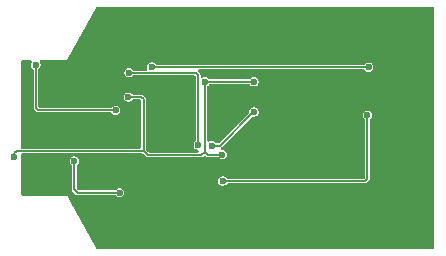
<source format=gbr>
%TF.GenerationSoftware,KiCad,Pcbnew,9.0.4*%
%TF.CreationDate,2025-09-22T16:02:19+02:00*%
%TF.ProjectId,SAULink9_ATPI_v2.0,5341554c-696e-46b3-995f-415450495f76,rev?*%
%TF.SameCoordinates,Original*%
%TF.FileFunction,Copper,L2,Bot*%
%TF.FilePolarity,Positive*%
%FSLAX46Y46*%
G04 Gerber Fmt 4.6, Leading zero omitted, Abs format (unit mm)*
G04 Created by KiCad (PCBNEW 9.0.4) date 2025-09-22 16:02:19*
%MOMM*%
%LPD*%
G01*
G04 APERTURE LIST*
%TA.AperFunction,ViaPad*%
%ADD10C,0.600000*%
%TD*%
%TA.AperFunction,Conductor*%
%ADD11C,0.200000*%
%TD*%
G04 APERTURE END LIST*
D10*
%TO.N,Net-(C2-Pad1)*%
X121729252Y-91443048D03*
X125561752Y-94126748D03*
%TO.N,Net-(J2-Pad3)*%
X134300000Y-93150000D03*
X146550000Y-87550000D03*
%TO.N,Net-(J1-VBUS)*%
X126310000Y-86030000D03*
X136926252Y-84739748D03*
X116638752Y-91150000D03*
X132776252Y-84750496D03*
X134276252Y-90901748D03*
%TO.N,Net-(D1-K)*%
X146650000Y-83500000D03*
X128300000Y-83500000D03*
%TO.N,GND*%
X126800000Y-87400000D03*
X129651252Y-91801748D03*
X145700000Y-93800000D03*
X150610000Y-98210000D03*
X130351252Y-95201748D03*
X132426252Y-93051748D03*
X129126252Y-93826748D03*
X133776252Y-92076748D03*
X132451252Y-95201748D03*
X130101252Y-90126748D03*
X134326252Y-94851748D03*
X132850000Y-79800000D03*
%TO.N,Net-(R3-Pad2)*%
X132226252Y-90101748D03*
X126360000Y-83970000D03*
%TO.N,Net-(C4-Pad1)*%
X136926252Y-87301748D03*
X133363752Y-90139248D03*
X118476252Y-83301748D03*
X125230000Y-87160000D03*
%TD*%
D11*
%TO.N,Net-(C2-Pad1)*%
X125561752Y-94126748D02*
X122001252Y-94126748D01*
X122001252Y-94126748D02*
X121729252Y-93854748D01*
X121729252Y-93854748D02*
X121729252Y-91443048D01*
%TO.N,Net-(J2-Pad3)*%
X146550000Y-92950000D02*
X146350000Y-93150000D01*
X146350000Y-93150000D02*
X134300000Y-93150000D01*
X146550000Y-87550000D02*
X146550000Y-92950000D01*
%TO.N,Net-(J1-VBUS)*%
X127600000Y-86230000D02*
X127600000Y-90600000D01*
X136926252Y-84739748D02*
X136776252Y-84739748D01*
X127950000Y-90950000D02*
X127600000Y-90600000D01*
X133026252Y-90901748D02*
X132776252Y-90651748D01*
X132800000Y-84726748D02*
X136913252Y-84726748D01*
X132776252Y-90651748D02*
X132478000Y-90950000D01*
X116850000Y-90600000D02*
X127600000Y-90600000D01*
X116638752Y-90811248D02*
X116850000Y-90600000D01*
X126310000Y-86030000D02*
X127400000Y-86030000D01*
X132776252Y-84750496D02*
X132800000Y-84726748D01*
X132776252Y-84750496D02*
X132776252Y-90651748D01*
X134276252Y-90901748D02*
X133026252Y-90901748D01*
X116638752Y-91150000D02*
X116638752Y-90811248D01*
X136913252Y-84726748D02*
X136926252Y-84739748D01*
X127400000Y-86030000D02*
X127600000Y-86230000D01*
X132478000Y-90950000D02*
X127950000Y-90950000D01*
%TO.N,Net-(D1-K)*%
X128300000Y-83500000D02*
X146650000Y-83500000D01*
%TO.N,Net-(R3-Pad2)*%
X126391000Y-84001000D02*
X126360000Y-83970000D01*
X132220000Y-84180000D02*
X132041000Y-84001000D01*
X132220000Y-90095496D02*
X132220000Y-84180000D01*
X126360000Y-83970000D02*
X126380000Y-83990000D01*
X132041000Y-84001000D02*
X126391000Y-84001000D01*
X132226252Y-90101748D02*
X132220000Y-90095496D01*
%TO.N,Net-(C4-Pad1)*%
X118640000Y-87140000D02*
X118476252Y-86976252D01*
X125210000Y-87140000D02*
X118640000Y-87140000D01*
X136801252Y-87301748D02*
X136901252Y-87301748D01*
X136901252Y-87301748D02*
X134063752Y-90139248D01*
X134063752Y-90139248D02*
X133363752Y-90139248D01*
X125230000Y-87160000D02*
X125210000Y-87140000D01*
X118476252Y-86976252D02*
X118476252Y-83301748D01*
%TD*%
%TA.AperFunction,Conductor*%
%TO.N,GND*%
G36*
X152075569Y-78422796D02*
G01*
X152142596Y-78442517D01*
X152188322Y-78495346D01*
X152199500Y-78546796D01*
X152199500Y-98752795D01*
X152179815Y-98819834D01*
X152127011Y-98865589D01*
X152075433Y-98876795D01*
X123640019Y-98861367D01*
X123572990Y-98841646D01*
X123531121Y-98796550D01*
X121387659Y-94850112D01*
X121213653Y-94529740D01*
X121199616Y-94495851D01*
X121190053Y-94486288D01*
X121183598Y-94474403D01*
X121160135Y-94455408D01*
X121160135Y-94455407D01*
X121155078Y-94451313D01*
X121129149Y-94425384D01*
X121116655Y-94420208D01*
X121106143Y-94411698D01*
X121095344Y-94408501D01*
X121077205Y-94403130D01*
X121070962Y-94401281D01*
X121037080Y-94387248D01*
X121023557Y-94387248D01*
X121010586Y-94383408D01*
X120980571Y-94386567D01*
X120967593Y-94387248D01*
X117329372Y-94387248D01*
X117262333Y-94367563D01*
X117216578Y-94314759D01*
X117205372Y-94263366D01*
X117202628Y-91390321D01*
X121328752Y-91390321D01*
X121328752Y-91495774D01*
X121356045Y-91597634D01*
X121356046Y-91597637D01*
X121408773Y-91688962D01*
X121489086Y-91769275D01*
X121487401Y-91770959D01*
X121521439Y-91817571D01*
X121528752Y-91859524D01*
X121528752Y-93894631D01*
X121559276Y-93968322D01*
X121887678Y-94296724D01*
X121961370Y-94327248D01*
X122041134Y-94327248D01*
X125145276Y-94327248D01*
X125212315Y-94346933D01*
X125234810Y-94367628D01*
X125235525Y-94366914D01*
X125241272Y-94372661D01*
X125315839Y-94447228D01*
X125407165Y-94499955D01*
X125509025Y-94527248D01*
X125509027Y-94527248D01*
X125614477Y-94527248D01*
X125614479Y-94527248D01*
X125716339Y-94499955D01*
X125807665Y-94447228D01*
X125882232Y-94372661D01*
X125934959Y-94281335D01*
X125962252Y-94179475D01*
X125962252Y-94074021D01*
X125934959Y-93972161D01*
X125882232Y-93880835D01*
X125807665Y-93806268D01*
X125716339Y-93753541D01*
X125614479Y-93726248D01*
X125509025Y-93726248D01*
X125407165Y-93753541D01*
X125407162Y-93753542D01*
X125315837Y-93806269D01*
X125235525Y-93886582D01*
X125233840Y-93884897D01*
X125187229Y-93918935D01*
X125145276Y-93926248D01*
X122135664Y-93926248D01*
X122106223Y-93917603D01*
X122076237Y-93911080D01*
X122071221Y-93907325D01*
X122068625Y-93906563D01*
X122047983Y-93889929D01*
X121966071Y-93808017D01*
X121932586Y-93746694D01*
X121929752Y-93720336D01*
X121929752Y-93097273D01*
X133899500Y-93097273D01*
X133899500Y-93202727D01*
X133926793Y-93304587D01*
X133979520Y-93395913D01*
X134054087Y-93470480D01*
X134145413Y-93523207D01*
X134247273Y-93550500D01*
X134247275Y-93550500D01*
X134352725Y-93550500D01*
X134352727Y-93550500D01*
X134454587Y-93523207D01*
X134545913Y-93470480D01*
X134620480Y-93395913D01*
X134620480Y-93395912D01*
X134626227Y-93390166D01*
X134627911Y-93391850D01*
X134674523Y-93357813D01*
X134716476Y-93350500D01*
X146389880Y-93350500D01*
X146389882Y-93350500D01*
X146463574Y-93319976D01*
X146719976Y-93063574D01*
X146750500Y-92989882D01*
X146750500Y-92910118D01*
X146750500Y-87966476D01*
X146770185Y-87899437D01*
X146790880Y-87876941D01*
X146790166Y-87876227D01*
X146795913Y-87870480D01*
X146870480Y-87795913D01*
X146923207Y-87704587D01*
X146950500Y-87602727D01*
X146950500Y-87497273D01*
X146923207Y-87395413D01*
X146870480Y-87304087D01*
X146795913Y-87229520D01*
X146704587Y-87176793D01*
X146602727Y-87149500D01*
X146497273Y-87149500D01*
X146395413Y-87176793D01*
X146395410Y-87176794D01*
X146304085Y-87229521D01*
X146229521Y-87304085D01*
X146176794Y-87395410D01*
X146176793Y-87395413D01*
X146149500Y-87497273D01*
X146149500Y-87602727D01*
X146176167Y-87702248D01*
X146176793Y-87704586D01*
X146176794Y-87704589D01*
X146229521Y-87795914D01*
X146309834Y-87876227D01*
X146308149Y-87877911D01*
X146342187Y-87924523D01*
X146349500Y-87966476D01*
X146349500Y-92815588D01*
X146340855Y-92845028D01*
X146334332Y-92875015D01*
X146330577Y-92880030D01*
X146329815Y-92882627D01*
X146313181Y-92903269D01*
X146303269Y-92913181D01*
X146241946Y-92946666D01*
X146215588Y-92949500D01*
X134716476Y-92949500D01*
X134649437Y-92929815D01*
X134626941Y-92909119D01*
X134626227Y-92909834D01*
X134545914Y-92829521D01*
X134545913Y-92829520D01*
X134454587Y-92776793D01*
X134352727Y-92749500D01*
X134247273Y-92749500D01*
X134145413Y-92776793D01*
X134145410Y-92776794D01*
X134054085Y-92829521D01*
X133979521Y-92904085D01*
X133926794Y-92995410D01*
X133926793Y-92995413D01*
X133899500Y-93097273D01*
X121929752Y-93097273D01*
X121929752Y-91859524D01*
X121949437Y-91792485D01*
X121970132Y-91769989D01*
X121969418Y-91769275D01*
X121975165Y-91763528D01*
X122049732Y-91688961D01*
X122102459Y-91597635D01*
X122129752Y-91495775D01*
X122129752Y-91390321D01*
X122102459Y-91288461D01*
X122049732Y-91197135D01*
X121975165Y-91122568D01*
X121908311Y-91083970D01*
X121883841Y-91069842D01*
X121883840Y-91069841D01*
X121883839Y-91069841D01*
X121781979Y-91042548D01*
X121676525Y-91042548D01*
X121598054Y-91063574D01*
X121574665Y-91069841D01*
X121574662Y-91069842D01*
X121483337Y-91122569D01*
X121408773Y-91197133D01*
X121356046Y-91288458D01*
X121356045Y-91288461D01*
X121328752Y-91390321D01*
X117202628Y-91390321D01*
X117202183Y-90924618D01*
X117221804Y-90857560D01*
X117274564Y-90811755D01*
X117326183Y-90800500D01*
X127465588Y-90800500D01*
X127532627Y-90820185D01*
X127553269Y-90836819D01*
X127780024Y-91063574D01*
X127836426Y-91119976D01*
X127910118Y-91150500D01*
X127910120Y-91150500D01*
X132517880Y-91150500D01*
X132517882Y-91150500D01*
X132591574Y-91119976D01*
X132688572Y-91022977D01*
X132749891Y-90989493D01*
X132819583Y-90994477D01*
X132846607Y-91008551D01*
X132855929Y-91014974D01*
X132856275Y-91015320D01*
X132856276Y-91015322D01*
X132912678Y-91071724D01*
X132964785Y-91093307D01*
X132986369Y-91102248D01*
X132986370Y-91102248D01*
X133859776Y-91102248D01*
X133926815Y-91121933D01*
X133949310Y-91142628D01*
X133950025Y-91141914D01*
X133955772Y-91147661D01*
X134030339Y-91222228D01*
X134121665Y-91274955D01*
X134223525Y-91302248D01*
X134223527Y-91302248D01*
X134328977Y-91302248D01*
X134328979Y-91302248D01*
X134430839Y-91274955D01*
X134522165Y-91222228D01*
X134596732Y-91147661D01*
X134649459Y-91056335D01*
X134676752Y-90954475D01*
X134676752Y-90849021D01*
X134649459Y-90747161D01*
X134596732Y-90655835D01*
X134522165Y-90581268D01*
X134430839Y-90528541D01*
X134328979Y-90501248D01*
X134284664Y-90501248D01*
X134217625Y-90481563D01*
X134171870Y-90428759D01*
X134161926Y-90359601D01*
X134190951Y-90296045D01*
X134196983Y-90289567D01*
X134801100Y-89685450D01*
X136752535Y-87734013D01*
X136813856Y-87700530D01*
X136865393Y-87701757D01*
X136865469Y-87701187D01*
X136870773Y-87701885D01*
X136872308Y-87701921D01*
X136873525Y-87702248D01*
X136873527Y-87702248D01*
X136978977Y-87702248D01*
X136978979Y-87702248D01*
X137080839Y-87674955D01*
X137172165Y-87622228D01*
X137246732Y-87547661D01*
X137299459Y-87456335D01*
X137326752Y-87354475D01*
X137326752Y-87249021D01*
X137299459Y-87147161D01*
X137246732Y-87055835D01*
X137172165Y-86981268D01*
X137080839Y-86928541D01*
X136978979Y-86901248D01*
X136873525Y-86901248D01*
X136771665Y-86928541D01*
X136771662Y-86928542D01*
X136680337Y-86981269D01*
X136605773Y-87055833D01*
X136553046Y-87147158D01*
X136553045Y-87147161D01*
X136525752Y-87249021D01*
X136525752Y-87342335D01*
X136506067Y-87409374D01*
X136489433Y-87430016D01*
X134017021Y-89902429D01*
X133990093Y-89917132D01*
X133964275Y-89933725D01*
X133958074Y-89934616D01*
X133955698Y-89935914D01*
X133929340Y-89938748D01*
X133780228Y-89938748D01*
X133713189Y-89919063D01*
X133690693Y-89898367D01*
X133689979Y-89899082D01*
X133609666Y-89818769D01*
X133609665Y-89818768D01*
X133542811Y-89780170D01*
X133518341Y-89766042D01*
X133518340Y-89766041D01*
X133518339Y-89766041D01*
X133416479Y-89738748D01*
X133311025Y-89738748D01*
X133209165Y-89766041D01*
X133209164Y-89766041D01*
X133162751Y-89792838D01*
X133094851Y-89809310D01*
X133028824Y-89786457D01*
X132985634Y-89731535D01*
X132976752Y-89685450D01*
X132976752Y-85166972D01*
X132996437Y-85099933D01*
X133009903Y-85082578D01*
X133018963Y-85072824D01*
X133022165Y-85070976D01*
X133096732Y-84996409D01*
X133107868Y-84977119D01*
X133117405Y-84966854D01*
X133135878Y-84955865D01*
X133151435Y-84941032D01*
X133167274Y-84937189D01*
X133177454Y-84931134D01*
X133190390Y-84931581D01*
X133208254Y-84927248D01*
X136500456Y-84927248D01*
X136567495Y-84946933D01*
X136599351Y-84980342D01*
X136600824Y-84979212D01*
X136605770Y-84985658D01*
X136605772Y-84985661D01*
X136680339Y-85060228D01*
X136771665Y-85112955D01*
X136873525Y-85140248D01*
X136873527Y-85140248D01*
X136978977Y-85140248D01*
X136978979Y-85140248D01*
X137080839Y-85112955D01*
X137172165Y-85060228D01*
X137246732Y-84985661D01*
X137299459Y-84894335D01*
X137326752Y-84792475D01*
X137326752Y-84687021D01*
X137299459Y-84585161D01*
X137246732Y-84493835D01*
X137172165Y-84419268D01*
X137087696Y-84370500D01*
X137080841Y-84366542D01*
X137080840Y-84366541D01*
X137080839Y-84366541D01*
X136978979Y-84339248D01*
X136873525Y-84339248D01*
X136771665Y-84366541D01*
X136771662Y-84366542D01*
X136680337Y-84419269D01*
X136609678Y-84489929D01*
X136548355Y-84523414D01*
X136521997Y-84526248D01*
X133169759Y-84526248D01*
X133102720Y-84506563D01*
X133082078Y-84489929D01*
X133022166Y-84430017D01*
X133022165Y-84430016D01*
X132934951Y-84379663D01*
X132930841Y-84377290D01*
X132930840Y-84377289D01*
X132930839Y-84377289D01*
X132828979Y-84349996D01*
X132723525Y-84349996D01*
X132621665Y-84377289D01*
X132621660Y-84377291D01*
X132606498Y-84386045D01*
X132538598Y-84402516D01*
X132472571Y-84379663D01*
X132429382Y-84324741D01*
X132420500Y-84278657D01*
X132420500Y-84140119D01*
X132420499Y-84140116D01*
X132389976Y-84066426D01*
X132333574Y-84010024D01*
X132235731Y-83912181D01*
X132202246Y-83850858D01*
X132207230Y-83781166D01*
X132249102Y-83725233D01*
X132314566Y-83700816D01*
X132323412Y-83700500D01*
X146233524Y-83700500D01*
X146300563Y-83720185D01*
X146323058Y-83740880D01*
X146323773Y-83740166D01*
X146329520Y-83745913D01*
X146404087Y-83820480D01*
X146495413Y-83873207D01*
X146597273Y-83900500D01*
X146597275Y-83900500D01*
X146702725Y-83900500D01*
X146702727Y-83900500D01*
X146804587Y-83873207D01*
X146895913Y-83820480D01*
X146970480Y-83745913D01*
X147023207Y-83654587D01*
X147050500Y-83552727D01*
X147050500Y-83447273D01*
X147023207Y-83345413D01*
X146970480Y-83254087D01*
X146895913Y-83179520D01*
X146804587Y-83126793D01*
X146702727Y-83099500D01*
X146597273Y-83099500D01*
X146495413Y-83126793D01*
X146495410Y-83126794D01*
X146404085Y-83179521D01*
X146323773Y-83259834D01*
X146322088Y-83258149D01*
X146275477Y-83292187D01*
X146233524Y-83299500D01*
X128716476Y-83299500D01*
X128649437Y-83279815D01*
X128626941Y-83259119D01*
X128626227Y-83259834D01*
X128545914Y-83179521D01*
X128545913Y-83179520D01*
X128454587Y-83126793D01*
X128352727Y-83099500D01*
X128247273Y-83099500D01*
X128145413Y-83126793D01*
X128145410Y-83126794D01*
X128054085Y-83179521D01*
X127979521Y-83254085D01*
X127926794Y-83345410D01*
X127926793Y-83345413D01*
X127899500Y-83447273D01*
X127899500Y-83552727D01*
X127924065Y-83644409D01*
X127922403Y-83714256D01*
X127883241Y-83772119D01*
X127819012Y-83799623D01*
X127804291Y-83800500D01*
X126796188Y-83800500D01*
X126729149Y-83780815D01*
X126688803Y-83738503D01*
X126680480Y-83724087D01*
X126605913Y-83649520D01*
X126514587Y-83596793D01*
X126412727Y-83569500D01*
X126307273Y-83569500D01*
X126205413Y-83596793D01*
X126205410Y-83596794D01*
X126114085Y-83649521D01*
X126039521Y-83724085D01*
X125986794Y-83815410D01*
X125986793Y-83815413D01*
X125959500Y-83917273D01*
X125959500Y-84022727D01*
X125986793Y-84124587D01*
X126039520Y-84215913D01*
X126114087Y-84290480D01*
X126205413Y-84343207D01*
X126307273Y-84370500D01*
X126307275Y-84370500D01*
X126412725Y-84370500D01*
X126412727Y-84370500D01*
X126514587Y-84343207D01*
X126605913Y-84290480D01*
X126633343Y-84263050D01*
X126658576Y-84237818D01*
X126719899Y-84204334D01*
X126746256Y-84201500D01*
X131895500Y-84201500D01*
X131962539Y-84221185D01*
X132008294Y-84273989D01*
X132019500Y-84325500D01*
X132019500Y-89690745D01*
X131999815Y-89757784D01*
X131983181Y-89778426D01*
X131905773Y-89855833D01*
X131853046Y-89947158D01*
X131853045Y-89947161D01*
X131825752Y-90049021D01*
X131825752Y-90154475D01*
X131853045Y-90256335D01*
X131905772Y-90347661D01*
X131980339Y-90422228D01*
X132071665Y-90474955D01*
X132173525Y-90502248D01*
X132173532Y-90502248D01*
X132175905Y-90502561D01*
X132177764Y-90503383D01*
X132181375Y-90504351D01*
X132181224Y-90504914D01*
X132239801Y-90530829D01*
X132278271Y-90589154D01*
X132279101Y-90659019D01*
X132242027Y-90718242D01*
X132178821Y-90748020D01*
X132159717Y-90749500D01*
X128084412Y-90749500D01*
X128054971Y-90740855D01*
X128024985Y-90734332D01*
X128019969Y-90730577D01*
X128017373Y-90729815D01*
X127996731Y-90713181D01*
X127836819Y-90553269D01*
X127803334Y-90491946D01*
X127800500Y-90465588D01*
X127800500Y-86190119D01*
X127800499Y-86190116D01*
X127798209Y-86184587D01*
X127769976Y-86116426D01*
X127713574Y-86060024D01*
X127513574Y-85860024D01*
X127439883Y-85829500D01*
X127439882Y-85829500D01*
X126726476Y-85829500D01*
X126659437Y-85809815D01*
X126636941Y-85789119D01*
X126636227Y-85789834D01*
X126555914Y-85709521D01*
X126555913Y-85709520D01*
X126464587Y-85656793D01*
X126362727Y-85629500D01*
X126257273Y-85629500D01*
X126155413Y-85656793D01*
X126155410Y-85656794D01*
X126064085Y-85709521D01*
X125989521Y-85784085D01*
X125936794Y-85875410D01*
X125936793Y-85875413D01*
X125909500Y-85977273D01*
X125909500Y-86082727D01*
X125936793Y-86184587D01*
X125989520Y-86275913D01*
X126064087Y-86350480D01*
X126155413Y-86403207D01*
X126257273Y-86430500D01*
X126257275Y-86430500D01*
X126362725Y-86430500D01*
X126362727Y-86430500D01*
X126464587Y-86403207D01*
X126555913Y-86350480D01*
X126630480Y-86275913D01*
X126630480Y-86275912D01*
X126636227Y-86270166D01*
X126637911Y-86271850D01*
X126684523Y-86237813D01*
X126726476Y-86230500D01*
X127265588Y-86230500D01*
X127295028Y-86239144D01*
X127325015Y-86245668D01*
X127330030Y-86249422D01*
X127332627Y-86250185D01*
X127353269Y-86266819D01*
X127363181Y-86276731D01*
X127396666Y-86338054D01*
X127399500Y-86364412D01*
X127399500Y-90275500D01*
X127379815Y-90342539D01*
X127327011Y-90388294D01*
X127275500Y-90399500D01*
X117325563Y-90399500D01*
X117258524Y-90379815D01*
X117212769Y-90327011D01*
X117201563Y-90275618D01*
X117194625Y-83012366D01*
X117214246Y-82945308D01*
X117267006Y-82899503D01*
X117318625Y-82888248D01*
X118037755Y-82888248D01*
X118104794Y-82907933D01*
X118150549Y-82960737D01*
X118160493Y-83029895D01*
X118145143Y-83074243D01*
X118103045Y-83147161D01*
X118075752Y-83249021D01*
X118075752Y-83354475D01*
X118100618Y-83447275D01*
X118103045Y-83456334D01*
X118103046Y-83456337D01*
X118155773Y-83547662D01*
X118236086Y-83627975D01*
X118234401Y-83629659D01*
X118268439Y-83676271D01*
X118275752Y-83718224D01*
X118275752Y-87016135D01*
X118306276Y-87089826D01*
X118470024Y-87253574D01*
X118526426Y-87309976D01*
X118600118Y-87340500D01*
X124800162Y-87340500D01*
X124867201Y-87360185D01*
X124907548Y-87402498D01*
X124909520Y-87405913D01*
X124984087Y-87480480D01*
X125075413Y-87533207D01*
X125177273Y-87560500D01*
X125177275Y-87560500D01*
X125282725Y-87560500D01*
X125282727Y-87560500D01*
X125384587Y-87533207D01*
X125475913Y-87480480D01*
X125550480Y-87405913D01*
X125603207Y-87314587D01*
X125630500Y-87212727D01*
X125630500Y-87107273D01*
X125603207Y-87005413D01*
X125550480Y-86914087D01*
X125475913Y-86839520D01*
X125384587Y-86786793D01*
X125282727Y-86759500D01*
X125177273Y-86759500D01*
X125075413Y-86786793D01*
X125075410Y-86786794D01*
X124984085Y-86839521D01*
X124920426Y-86903181D01*
X124859103Y-86936666D01*
X124832745Y-86939500D01*
X118800752Y-86939500D01*
X118733713Y-86919815D01*
X118687958Y-86867011D01*
X118676752Y-86815500D01*
X118676752Y-83718224D01*
X118696437Y-83651185D01*
X118717132Y-83628689D01*
X118716418Y-83627975D01*
X118747600Y-83596793D01*
X118796732Y-83547661D01*
X118849459Y-83456335D01*
X118876752Y-83354475D01*
X118876752Y-83249021D01*
X118849459Y-83147161D01*
X118807361Y-83074245D01*
X118790889Y-83006349D01*
X118813741Y-82940322D01*
X118868662Y-82897131D01*
X118914749Y-82888248D01*
X120974190Y-82888248D01*
X121010753Y-82892072D01*
X121023639Y-82888248D01*
X121037080Y-82888248D01*
X121065066Y-82876654D01*
X121077239Y-82872340D01*
X121106290Y-82863720D01*
X121116732Y-82855255D01*
X121129149Y-82850112D01*
X121155144Y-82824116D01*
X121183704Y-82800965D01*
X121190111Y-82789149D01*
X121199616Y-82779645D01*
X121213685Y-82745678D01*
X123531117Y-78472255D01*
X123580379Y-78422708D01*
X123640187Y-78407368D01*
X152075569Y-78422796D01*
G37*
%TD.AperFunction*%
%TD*%
M02*

</source>
